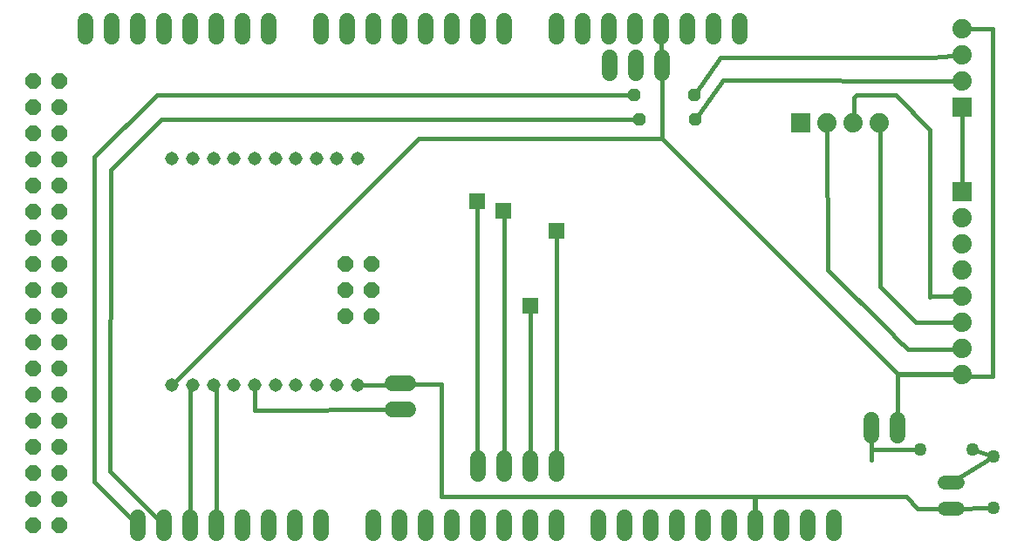
<source format=gbl>
G75*
%MOIN*%
%OFA0B0*%
%FSLAX24Y24*%
%IPPOS*%
%LPD*%
%AMOC8*
5,1,8,0,0,1.08239X$1,22.5*
%
%ADD10OC8,0.0600*%
%ADD11C,0.0600*%
%ADD12C,0.0515*%
%ADD13R,0.0740X0.0740*%
%ADD14C,0.0740*%
%ADD15C,0.0520*%
%ADD16C,0.0500*%
%ADD17C,0.0160*%
%ADD18R,0.0591X0.0591*%
%ADD19OC8,0.0475*%
D10*
X001517Y001190D03*
X002517Y001190D03*
X002517Y002190D03*
X001517Y002190D03*
X001517Y003190D03*
X002517Y003190D03*
X002517Y004190D03*
X001517Y004190D03*
X001517Y005190D03*
X002517Y005190D03*
X002517Y006190D03*
X001517Y006190D03*
X001517Y007190D03*
X002517Y007190D03*
X002517Y008190D03*
X001517Y008190D03*
X001517Y009190D03*
X002517Y009190D03*
X002517Y010190D03*
X001517Y010190D03*
X001517Y011190D03*
X002517Y011190D03*
X002517Y012190D03*
X001517Y012190D03*
X001517Y013190D03*
X002517Y013190D03*
X002517Y014190D03*
X001517Y014190D03*
X001517Y015190D03*
X002517Y015190D03*
X002517Y016190D03*
X001517Y016190D03*
X001517Y017190D03*
X002517Y017190D03*
X002517Y018190D03*
X001517Y018190D03*
X013467Y011190D03*
X014467Y011190D03*
X014467Y010190D03*
X013467Y010190D03*
X013467Y009190D03*
X014467Y009190D03*
D11*
X015257Y006610D02*
X015857Y006610D01*
X015857Y005610D02*
X015257Y005610D01*
X018517Y003740D02*
X018517Y003140D01*
X019517Y003140D02*
X019517Y003740D01*
X020517Y003740D02*
X020517Y003140D01*
X021517Y003140D02*
X021517Y003740D01*
X021517Y001490D02*
X021517Y000890D01*
X020517Y000890D02*
X020517Y001490D01*
X019517Y001490D02*
X019517Y000890D01*
X018517Y000890D02*
X018517Y001490D01*
X017517Y001490D02*
X017517Y000890D01*
X016517Y000890D02*
X016517Y001490D01*
X015517Y001490D02*
X015517Y000890D01*
X014517Y000890D02*
X014517Y001490D01*
X012517Y001490D02*
X012517Y000890D01*
X011517Y000890D02*
X011517Y001490D01*
X010517Y001490D02*
X010517Y000890D01*
X009517Y000890D02*
X009517Y001490D01*
X008517Y001490D02*
X008517Y000890D01*
X007517Y000890D02*
X007517Y001490D01*
X006517Y001490D02*
X006517Y000890D01*
X005517Y000890D02*
X005517Y001490D01*
X023117Y001490D02*
X023117Y000890D01*
X024117Y000890D02*
X024117Y001490D01*
X025117Y001490D02*
X025117Y000890D01*
X026117Y000890D02*
X026117Y001490D01*
X027117Y001490D02*
X027117Y000890D01*
X028117Y000890D02*
X028117Y001490D01*
X029117Y001490D02*
X029117Y000890D01*
X030117Y000890D02*
X030117Y001490D01*
X031117Y001490D02*
X031117Y000890D01*
X032117Y000890D02*
X032117Y001490D01*
X033557Y004610D02*
X033557Y005210D01*
X034557Y005210D02*
X034557Y004610D01*
X025547Y018490D02*
X025547Y019090D01*
X024547Y019090D02*
X024547Y018490D01*
X023547Y018490D02*
X023547Y019090D01*
X023517Y019890D02*
X023517Y020490D01*
X022517Y020490D02*
X022517Y019890D01*
X021517Y019890D02*
X021517Y020490D01*
X019517Y020490D02*
X019517Y019890D01*
X018517Y019890D02*
X018517Y020490D01*
X017517Y020490D02*
X017517Y019890D01*
X016517Y019890D02*
X016517Y020490D01*
X015517Y020490D02*
X015517Y019890D01*
X014517Y019890D02*
X014517Y020490D01*
X013517Y020490D02*
X013517Y019890D01*
X012517Y019890D02*
X012517Y020490D01*
X010517Y020490D02*
X010517Y019890D01*
X009517Y019890D02*
X009517Y020490D01*
X008517Y020490D02*
X008517Y019890D01*
X007517Y019890D02*
X007517Y020490D01*
X006517Y020490D02*
X006517Y019890D01*
X005517Y019890D02*
X005517Y020490D01*
X004517Y020490D02*
X004517Y019890D01*
X003517Y019890D02*
X003517Y020490D01*
X024517Y020490D02*
X024517Y019890D01*
X025517Y019890D02*
X025517Y020490D01*
X026517Y020490D02*
X026517Y019890D01*
X027517Y019890D02*
X027517Y020490D01*
X028517Y020490D02*
X028517Y019890D01*
D12*
X013929Y015221D03*
X013142Y015221D03*
X012354Y015221D03*
X011567Y015221D03*
X010780Y015221D03*
X009992Y015221D03*
X009205Y015221D03*
X008417Y015221D03*
X007630Y015221D03*
X006843Y015221D03*
X006843Y006559D03*
X007630Y006559D03*
X008417Y006559D03*
X009205Y006559D03*
X009992Y006559D03*
X010780Y006559D03*
X011567Y006559D03*
X012354Y006559D03*
X013142Y006559D03*
X013929Y006559D03*
D13*
X030847Y016590D03*
X037017Y017180D03*
X037017Y013940D03*
D14*
X037017Y012940D03*
X037017Y011940D03*
X037017Y010940D03*
X037017Y009940D03*
X037017Y008940D03*
X037017Y007940D03*
X037017Y006940D03*
X033847Y016590D03*
X032847Y016590D03*
X031847Y016590D03*
X037017Y018180D03*
X037017Y019180D03*
X037017Y020180D03*
D15*
X036867Y002830D02*
X036347Y002830D01*
X036347Y001830D02*
X036867Y001830D01*
D16*
X038227Y001846D03*
X038227Y003814D03*
X037411Y004080D03*
X035442Y004080D03*
D17*
X033557Y004080D01*
X033557Y004910D01*
X033557Y003790D01*
X033557Y003690D02*
X033557Y004910D01*
X033557Y003670D01*
X034557Y004910D02*
X034557Y006940D01*
X037017Y006940D01*
X036967Y006990D01*
X034557Y006990D01*
X025557Y015990D01*
X016273Y015990D01*
X006843Y006559D01*
X007517Y006559D02*
X007517Y001190D01*
X006517Y001190D02*
X004457Y003250D01*
X004497Y014800D01*
X006417Y016720D01*
X024707Y016720D01*
X024497Y017660D02*
X006247Y017640D01*
X003867Y015270D01*
X003867Y002840D01*
X005517Y001190D01*
X008517Y001190D02*
X008517Y006559D01*
X008417Y006559D01*
X007630Y006559D02*
X007517Y006559D01*
X009992Y006559D02*
X009992Y005570D01*
X015557Y005610D01*
X015646Y006559D02*
X013929Y006559D01*
X015557Y006570D02*
X017137Y006570D01*
X017137Y002290D01*
X029107Y002290D01*
X029107Y001190D01*
X029117Y001190D01*
X029117Y002270D01*
X029127Y002270D01*
X034887Y002270D01*
X035327Y001830D01*
X036607Y001830D01*
X038227Y001846D01*
X036607Y002830D02*
X038227Y003814D01*
X037411Y004080D01*
X037017Y006870D02*
X037017Y006940D01*
X037017Y006870D02*
X038187Y006870D01*
X038187Y020180D01*
X037017Y020180D01*
X037017Y019180D02*
X035897Y019080D01*
X027797Y019100D01*
X026797Y017660D01*
X026837Y016730D02*
X027907Y018230D01*
X037017Y018180D01*
X037017Y017180D02*
X037017Y013940D01*
X035807Y016330D02*
X035807Y009930D01*
X035817Y009940D01*
X037017Y009940D01*
X037007Y009930D01*
X037017Y008940D02*
X035257Y008940D01*
X033877Y010320D01*
X033877Y016560D01*
X033847Y016590D01*
X032877Y016620D02*
X032877Y017540D01*
X032997Y017660D01*
X034477Y017660D01*
X035807Y016330D01*
X032877Y016620D02*
X032847Y016590D01*
X031847Y016590D02*
X031877Y010950D01*
X034287Y008570D01*
X034537Y008310D01*
X034947Y007920D01*
X037007Y007930D01*
X037017Y007940D01*
X037017Y008930D02*
X037017Y008940D01*
X037017Y010940D02*
X037007Y010950D01*
X025557Y015990D02*
X025547Y016000D01*
X025547Y018790D01*
X025517Y018820D01*
X025517Y020190D01*
X018507Y013600D02*
X018507Y003450D01*
X018517Y003440D01*
X019517Y003440D02*
X019517Y013220D01*
X019507Y013230D01*
X021517Y012460D02*
X021517Y003440D01*
X020517Y003440D02*
X020517Y009600D01*
X015646Y006559D02*
X015557Y006610D01*
X015557Y006570D01*
X029127Y002290D02*
X029127Y002270D01*
D18*
X020517Y009600D03*
X021517Y012460D03*
X019507Y013230D03*
X018507Y013600D03*
D19*
X024707Y016720D03*
X024497Y017660D03*
X026797Y017660D03*
X026837Y016730D03*
M02*

</source>
